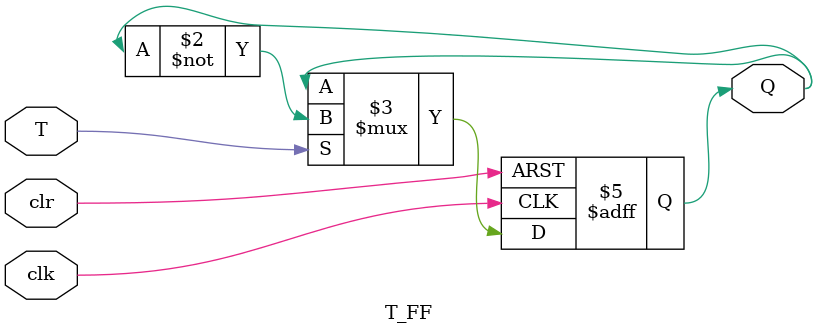
<source format=v>
module T_FF (
    input wire clk,  // Clock input
    input wire clr,  // Asynchronous clear input
    input wire T,    // T input
    output reg Q     // Output
);

    always @(posedge clk or posedge clr) begin
        if (clr) begin
            Q <= 1'b0;  // Clear the output
        end else if (T) begin
            Q <= ~Q;  // Toggle the output
        end
    end

endmodule

</source>
